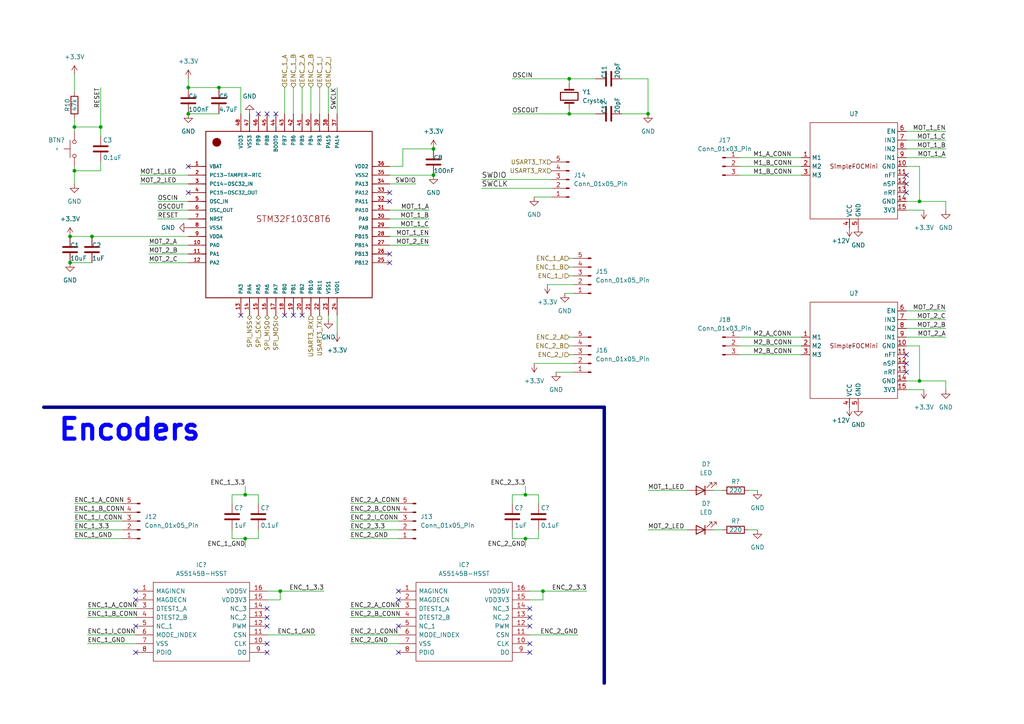
<source format=kicad_sch>
(kicad_sch (version 20230121) (generator eeschema)
  (paper "A4")
  (lib_symbols
    (symbol "Connector:Conn_01x03_Pin" (pin_names (offset 1.016) hide)
      (property "Reference" "J" (at 0 5.08 0))
      (property "Value" "Conn_01x03_Pin" (at 0 -5.08 0))
      (symbol "Conn_01x03_Pin_1_1"
        (polyline (pts (xy 1.27 -2.54) (xy 0.8636 -2.54)) (stroke (width 0.1524)))
        (polyline (pts (xy 1.27 0) (xy 0.8636 0)) (stroke (width 0.1524)))
        (polyline (pts (xy 1.27 2.54) (xy 0.8636 2.54)) (stroke (width 0.1524)))
        (rectangle (start 0.8636 -2.413) (end 0 -2.667) (stroke (width 0.1524)) (fill (type outline)))
        (rectangle (start 0.8636 0.127) (end 0 -0.127) (stroke (width 0.1524)) (fill (type outline)))
        (rectangle (start 0.8636 2.667) (end 0 2.413) (stroke (width 0.1524)) (fill (type outline)))
        (pin passive line (at 5.08 2.54 180) (length 3.81) (name "Pin_1") (number "1"))
        (pin passive line (at 5.08 0 180) (length 3.81) (name "Pin_2") (number "2"))
        (pin passive line (at 5.08 -2.54 180) (length 3.81) (name "Pin_3") (number "3"))
      )
    )
    (symbol "Connector:Conn_01x05_Pin" (pin_names (offset 1.016) hide)
      (property "Reference" "J" (at 0 7.62 0))
      (property "Value" "Conn_01x05_Pin" (at 0 -7.62 0))
      (symbol "Conn_01x05_Pin_1_1"
        (polyline (pts (xy 1.27 -5.08) (xy 0.8636 -5.08)) (stroke (width 0.1524)))
        (polyline (pts (xy 1.27 -2.54) (xy 0.8636 -2.54)) (stroke (width 0.1524)))
        (polyline (pts (xy 1.27 0) (xy 0.8636 0)) (stroke (width 0.1524)))
        (polyline (pts (xy 1.27 2.54) (xy 0.8636 2.54)) (stroke (width 0.1524)))
        (polyline (pts (xy 1.27 5.08) (xy 0.8636 5.08)) (stroke (width 0.1524)))
        (rectangle (start 0.8636 -4.953) (end 0 -5.207) (stroke (width 0.1524)) (fill (type outline)))
        (rectangle (start 0.8636 -2.413) (end 0 -2.667) (stroke (width 0.1524)) (fill (type outline)))
        (rectangle (start 0.8636 0.127) (end 0 -0.127) (stroke (width 0.1524)) (fill (type outline)))
        (rectangle (start 0.8636 2.667) (end 0 2.413) (stroke (width 0.1524)) (fill (type outline)))
        (rectangle (start 0.8636 5.207) (end 0 4.953) (stroke (width 0.1524)) (fill (type outline)))
        (pin passive line (at 5.08 5.08 180) (length 3.81) (name "Pin_1") (number "1"))
        (pin passive line (at 5.08 2.54 180) (length 3.81) (name "Pin_2") (number "2"))
        (pin passive line (at 5.08 0 180) (length 3.81) (name "Pin_3") (number "3"))
        (pin passive line (at 5.08 -2.54 180) (length 3.81) (name "Pin_4") (number "4"))
        (pin passive line (at 5.08 -5.08 180) (length 3.81) (name "Pin_5") (number "5"))
      )
    )
    (symbol "Device:C" (pin_numbers hide) (pin_names (offset 0.254))
      (property "Reference" "C" (at 0.635 2.54 0))
      (property "Value" "C" (at 0.635 -2.54 0))
      (symbol "C_0_1"
        (polyline (pts (xy -2.032 -0.762) (xy 2.032 -0.762)) (stroke (width 0.508)))
        (polyline (pts (xy -2.032 0.762) (xy 2.032 0.762)) (stroke (width 0.508)))
      )
      (symbol "C_1_1"
        (pin passive line (at 0 3.81 270) (length 2.794) (name "~") (number "1"))
        (pin passive line (at 0 -3.81 90) (length 2.794) (name "~") (number "2"))
      )
    )
    (symbol "Device:Crystal" (pin_numbers hide) (pin_names (offset 1.016) hide)
      (property "Reference" "Y" (at 0 3.81 0))
      (property "Value" "Crystal" (at 0 -3.81 0))
      (symbol "Crystal_0_1"
        (rectangle (start -1.143 2.54) (end 1.143 -2.54) (stroke (width 0.3048)))
        (polyline (pts (xy -2.54 0) (xy -1.905 0)))
        (polyline (pts (xy -1.905 -1.27) (xy -1.905 1.27)) (stroke (width 0.508)))
        (polyline (pts (xy 1.905 -1.27) (xy 1.905 1.27)) (stroke (width 0.508)))
        (polyline (pts (xy 2.54 0) (xy 1.905 0)))
      )
      (symbol "Crystal_1_1"
        (pin passive line (at -3.81 0 0) (length 1.27) (name "1") (number "1"))
        (pin passive line (at 3.81 0 180) (length 1.27) (name "2") (number "2"))
      )
    )
    (symbol "Device:LED" (pin_numbers hide) (pin_names (offset 1.016) hide)
      (property "Reference" "D" (at 0 2.54 0))
      (property "Value" "LED" (at 0 -2.54 0))
      (symbol "LED_0_1"
        (polyline (pts (xy -1.27 -1.27) (xy -1.27 1.27)) (stroke (width 0.254)))
        (polyline (pts (xy -1.27 0) (xy 1.27 0)))
        (polyline (pts (xy 1.27 -1.27) (xy 1.27 1.27) (xy -1.27 0) (xy 1.27 -1.27)) (stroke (width 0.254)))
        (polyline (pts (xy -3.048 -0.762) (xy -4.572 -2.286) (xy -3.81 -2.286) (xy -4.572 -2.286) (xy -4.572 -1.524)))
        (polyline (pts (xy -1.778 -0.762) (xy -3.302 -2.286) (xy -2.54 -2.286) (xy -3.302 -2.286) (xy -3.302 -1.524)))
      )
      (symbol "LED_1_1"
        (pin passive line (at -3.81 0 0) (length 2.54) (name "K") (number "1"))
        (pin passive line (at 3.81 0 180) (length 2.54) (name "A") (number "2"))
      )
    )
    (symbol "Device:R" (pin_numbers hide) (pin_names (offset 0))
      (property "Reference" "R" (at 2.032 0 90))
      (property "Value" "R" (at 0 0 90))
      (symbol "R_0_1"
        (rectangle (start -1.016 -2.54) (end 1.016 2.54) (stroke (width 0.254)))
      )
      (symbol "R_1_1"
        (pin passive line (at 0 3.81 270) (length 1.27) (name "~") (number "1"))
        (pin passive line (at 0 -3.81 90) (length 1.27) (name "~") (number "2"))
      )
    )
    (symbol "custom_symbols:BluePill" (pin_names (offset 1.016))
      (symbol "BluePill_0_0"
        (circle (center -22.225 22.225) (radius 0.635) (stroke (width 1.27)))
        (polyline (pts (xy -26.67 -10.16) (xy -25.4 -10.16)) (stroke (width 0.1524)))
        (polyline (pts (xy -26.67 -7.62) (xy -25.4 -7.62)) (stroke (width 0.1524)))
        (polyline (pts (xy -26.67 -5.08) (xy -25.4 -5.08)) (stroke (width 0.1524)))
        (polyline (pts (xy -26.67 -2.54) (xy -25.4 -2.54)) (stroke (width 0.1524)))
        (polyline (pts (xy -26.67 0) (xy -25.4 0)) (stroke (width 0.1524)))
        (polyline (pts (xy -26.67 2.54) (xy -25.4 2.54)) (stroke (width 0.1524)))
        (polyline (pts (xy -26.67 5.08) (xy -25.4 5.08)) (stroke (width 0.1524)))
        (polyline (pts (xy -26.67 7.62) (xy -25.4 7.62)) (stroke (width 0.1524)))
        (polyline (pts (xy -26.67 10.16) (xy -25.4 10.16)) (stroke (width 0.1524)))
        (polyline (pts (xy -26.67 12.7) (xy -25.4 12.7)) (stroke (width 0.1524)))
        (polyline (pts (xy -26.67 15.24) (xy -25.4 15.24)) (stroke (width 0.1524)))
        (polyline (pts (xy -25.4 -22.86) (xy -25.4 -10.16)) (stroke (width 0.254)))
        (polyline (pts (xy -25.4 -12.7) (xy -26.67 -12.7)) (stroke (width 0.1524)))
        (polyline (pts (xy -25.4 -10.16) (xy -25.4 -12.7)) (stroke (width 0.1524)))
        (polyline (pts (xy -25.4 -10.16) (xy -25.4 -7.62)) (stroke (width 0.254)))
        (polyline (pts (xy -25.4 -7.62) (xy -25.4 -5.08)) (stroke (width 0.254)))
        (polyline (pts (xy -25.4 -5.08) (xy -25.4 -2.54)) (stroke (width 0.254)))
        (polyline (pts (xy -25.4 -2.54) (xy -25.4 0)) (stroke (width 0.254)))
        (polyline (pts (xy -25.4 0) (xy -25.4 2.54)) (stroke (width 0.254)))
        (polyline (pts (xy -25.4 2.54) (xy -25.4 5.08)) (stroke (width 0.254)))
        (polyline (pts (xy -25.4 5.08) (xy -25.4 7.62)) (stroke (width 0.254)))
        (polyline (pts (xy -25.4 7.62) (xy -25.4 10.16)) (stroke (width 0.254)))
        (polyline (pts (xy -25.4 10.16) (xy -25.4 12.7)) (stroke (width 0.254)))
        (polyline (pts (xy -25.4 12.7) (xy -25.4 15.24)) (stroke (width 0.254)))
        (polyline (pts (xy -25.4 15.24) (xy -25.4 25.4)) (stroke (width 0.254)))
        (polyline (pts (xy -25.4 25.4) (xy -12.7 25.4)) (stroke (width 0.254)))
        (polyline (pts (xy -15.24 -24.13) (xy -15.24 -22.86)) (stroke (width 0.1524)))
        (polyline (pts (xy -15.24 -22.86) (xy -25.4 -22.86)) (stroke (width 0.254)))
        (polyline (pts (xy -15.24 25.4) (xy -15.24 26.67)) (stroke (width 0.1524)))
        (polyline (pts (xy -12.7 -24.13) (xy -12.7 -22.86)) (stroke (width 0.1524)))
        (polyline (pts (xy -12.7 -22.86) (xy -15.24 -22.86)) (stroke (width 0.254)))
        (polyline (pts (xy -12.7 25.4) (xy -15.24 25.4)) (stroke (width 0.1524)))
        (polyline (pts (xy -12.7 25.4) (xy -10.16 25.4)) (stroke (width 0.254)))
        (polyline (pts (xy -12.7 26.67) (xy -12.7 25.4)) (stroke (width 0.1524)))
        (polyline (pts (xy -10.16 -24.13) (xy -10.16 -22.86)) (stroke (width 0.1524)))
        (polyline (pts (xy -10.16 -22.86) (xy -12.7 -22.86)) (stroke (width 0.254)))
        (polyline (pts (xy -10.16 25.4) (xy -7.62 25.4)) (stroke (width 0.254)))
        (polyline (pts (xy -10.16 26.67) (xy -10.16 25.4)) (stroke (width 0.1524)))
        (polyline (pts (xy -7.62 -24.13) (xy -7.62 -22.86)) (stroke (width 0.1524)))
        (polyline (pts (xy -7.62 -22.86) (xy -10.16 -22.86)) (stroke (width 0.254)))
        (polyline (pts (xy -7.62 25.4) (xy -5.08 25.4)) (stroke (width 0.254)))
        (polyline (pts (xy -7.62 26.67) (xy -7.62 25.4)) (stroke (width 0.1524)))
        (polyline (pts (xy -5.08 -24.13) (xy -5.08 -22.86)) (stroke (width 0.1524)))
        (polyline (pts (xy -5.08 -22.86) (xy -7.62 -22.86)) (stroke (width 0.254)))
        (polyline (pts (xy -5.08 25.4) (xy -2.54 25.4)) (stroke (width 0.254)))
        (polyline (pts (xy -5.08 26.67) (xy -5.08 25.4)) (stroke (width 0.1524)))
        (polyline (pts (xy -2.54 -24.13) (xy -2.54 -22.86)) (stroke (width 0.1524)))
        (polyline (pts (xy -2.54 -22.86) (xy -5.08 -22.86)) (stroke (width 0.254)))
        (polyline (pts (xy -2.54 25.4) (xy 0 25.4)) (stroke (width 0.254)))
        (polyline (pts (xy -2.54 26.67) (xy -2.54 25.4)) (stroke (width 0.1524)))
        (polyline (pts (xy 0 -24.13) (xy 0 -22.86)) (stroke (width 0.1524)))
        (polyline (pts (xy 0 -22.86) (xy -2.54 -22.86)) (stroke (width 0.254)))
        (polyline (pts (xy 0 25.4) (xy 2.54 25.4)) (stroke (width 0.254)))
        (polyline (pts (xy 0 26.67) (xy 0 25.4)) (stroke (width 0.1524)))
        (polyline (pts (xy 2.54 -24.13) (xy 2.54 -22.86)) (stroke (width 0.1524)))
        (polyline (pts (xy 2.54 -22.86) (xy 0 -22.86)) (stroke (width 0.254)))
        (polyline (pts (xy 2.54 25.4) (xy 5.08 25.4)) (stroke (width 0.254)))
        (polyline (pts (xy 2.54 26.67) (xy 2.54 25.4)) (stroke (width 0.1524)))
        (polyline (pts (xy 5.08 -24.13) (xy 5.08 -22.86)) (stroke (width 0.1524)))
        (polyline (pts (xy 5.08 -22.86) (xy 2.54 -22.86)) (stroke (width 0.254)))
        (polyline (pts (xy 5.08 25.4) (xy 7.62 25.4)) (stroke (width 0.254)))
        (polyline (pts (xy 5.08 26.67) (xy 5.08 25.4)) (stroke (width 0.1524)))
        (polyline (pts (xy 7.62 -24.13) (xy 7.62 -22.86)) (stroke (width 0.1524)))
        (polyline (pts (xy 7.62 -22.86) (xy 5.08 -22.86)) (stroke (width 0.254)))
        (polyline (pts (xy 7.62 25.4) (xy 10.16 25.4)) (stroke (width 0.254)))
        (polyline (pts (xy 7.62 26.67) (xy 7.62 25.4)) (stroke (width 0.1524)))
        (polyline (pts (xy 10.16 -24.13) (xy 10.16 -22.86)) (stroke (width 0.1524)))
        (polyline (pts (xy 10.16 -22.86) (xy 7.62 -22.86)) (stroke (width 0.254)))
        (polyline (pts (xy 10.16 -22.86) (xy 12.7 -22.86)) (stroke (width 0.1524)))
        (polyline (pts (xy 10.16 25.4) (xy 12.7 25.4)) (stroke (width 0.254)))
        (polyline (pts (xy 10.16 26.67) (xy 10.16 25.4)) (stroke (width 0.1524)))
        (polyline (pts (xy 12.7 -22.86) (xy 12.7 -24.13)) (stroke (width 0.1524)))
        (polyline (pts (xy 12.7 25.4) (xy 22.86 25.4)) (stroke (width 0.254)))
        (polyline (pts (xy 12.7 26.67) (xy 12.7 25.4)) (stroke (width 0.1524)))
        (polyline (pts (xy 22.86 -22.86) (xy 10.16 -22.86)) (stroke (width 0.254)))
        (polyline (pts (xy 22.86 -12.7) (xy 22.86 -22.86)) (stroke (width 0.254)))
        (polyline (pts (xy 22.86 -10.16) (xy 22.86 -12.7)) (stroke (width 0.254)))
        (polyline (pts (xy 22.86 -7.62) (xy 22.86 -10.16)) (stroke (width 0.254)))
        (polyline (pts (xy 22.86 -5.08) (xy 22.86 -7.62)) (stroke (width 0.254)))
        (polyline (pts (xy 22.86 -2.54) (xy 22.86 -5.08)) (stroke (width 0.254)))
        (polyline (pts (xy 22.86 0) (xy 22.86 -2.54)) (stroke (width 0.254)))
        (polyline (pts (xy 22.86 2.54) (xy 22.86 0)) (stroke (width 0.254)))
        (polyline (pts (xy 22.86 5.08) (xy 22.86 2.54)) (stroke (width 0.254)))
        (polyline (pts (xy 22.86 7.62) (xy 22.86 5.08)) (stroke (width 0.254)))
        (polyline (pts (xy 22.86 10.16) (xy 22.86 7.62)) (stroke (width 0.254)))
        (polyline (pts (xy 22.86 12.7) (xy 22.86 10.16)) (stroke (width 0.254)))
        (polyline (pts (xy 22.86 12.7) (xy 22.86 15.24)) (stroke (width 0.1524)))
        (polyline (pts (xy 22.86 15.24) (xy 24.13 15.24)) (stroke (width 0.1524)))
        (polyline (pts (xy 22.86 25.4) (xy 22.86 12.7)) (stroke (width 0.254)))
        (polyline (pts (xy 24.13 -12.7) (xy 22.86 -12.7)) (stroke (width 0.1524)))
        (polyline (pts (xy 24.13 -10.16) (xy 22.86 -10.16)) (stroke (width 0.1524)))
        (polyline (pts (xy 24.13 -7.62) (xy 22.86 -7.62)) (stroke (width 0.1524)))
        (polyline (pts (xy 24.13 -5.08) (xy 22.86 -5.08)) (stroke (width 0.1524)))
        (polyline (pts (xy 24.13 -2.54) (xy 22.86 -2.54)) (stroke (width 0.1524)))
        (polyline (pts (xy 24.13 0) (xy 22.86 0)) (stroke (width 0.1524)))
        (polyline (pts (xy 24.13 2.54) (xy 22.86 2.54)) (stroke (width 0.1524)))
        (polyline (pts (xy 24.13 5.08) (xy 22.86 5.08)) (stroke (width 0.1524)))
        (polyline (pts (xy 24.13 7.62) (xy 22.86 7.62)) (stroke (width 0.1524)))
        (polyline (pts (xy 24.13 10.16) (xy 22.86 10.16)) (stroke (width 0.1524)))
        (polyline (pts (xy 24.13 12.7) (xy 22.86 12.7)) (stroke (width 0.1524)))
        (pin bidirectional line (at -30.48 15.24 0) (length 5.08) (name "VBAT") (number "1"))
        (pin bidirectional line (at -30.48 -7.62 0) (length 5.08) (name "PA0") (number "10"))
        (pin bidirectional line (at -30.48 -10.16 0) (length 5.08) (name "PA1") (number "11"))
        (pin bidirectional line (at -30.48 -12.7 0) (length 5.08) (name "PA2") (number "12"))
        (pin bidirectional line (at -15.24 -27.94 90) (length 5.08) (name "PA3") (number "13"))
        (pin bidirectional line (at -12.7 -27.94 90) (length 5.08) (name "PA4") (number "14"))
        (pin bidirectional line (at -10.16 -27.94 90) (length 5.08) (name "PA5") (number "15"))
        (pin bidirectional line (at -7.62 -27.94 90) (length 5.08) (name "PA6") (number "16"))
        (pin bidirectional line (at -5.08 -27.94 90) (length 5.08) (name "PA7") (number "17"))
        (pin bidirectional line (at -2.54 -27.94 90) (length 5.08) (name "PB0") (number "18"))
        (pin bidirectional line (at 0 -27.94 90) (length 5.08) (name "PB1") (number "19"))
        (pin bidirectional line (at -30.48 12.7 0) (length 5.08) (name "PC13-TAMPER-RTC") (number "2"))
        (pin bidirectional line (at 2.54 -27.94 90) (length 5.08) (name "PB2") (number "20"))
        (pin bidirectional line (at 5.08 -27.94 90) (length 5.08) (name "PB10") (number "21"))
        (pin bidirectional line (at 7.62 -27.94 90) (length 5.08) (name "PB11") (number "22"))
        (pin bidirectional line (at 10.16 -27.94 90) (length 5.08) (name "VSS1") (number "23"))
        (pin bidirectional line (at 12.7 -27.94 90) (length 5.08) (name "VDD1") (number "24"))
        (pin bidirectional line (at 27.94 -12.7 180) (length 5.08) (name "PB12") (number "25"))
        (pin bidirectional line (at 27.94 -10.16 180) (length 5.08) (name "PB13") (number "26"))
        (pin bidirectional line (at 27.94 -7.62 180) (length 5.08) (name "PB14") (number "27"))
        (pin bidirectional line (at 27.94 -5.08 180) (length 5.08) (name "PB15") (number "28"))
        (pin bidirectional line (at 27.94 -2.54 180) (length 5.08) (name "PA8") (number "29"))
        (pin bidirectional line (at -30.48 10.16 0) (length 5.08) (name "PC14-OSC32_IN") (number "3"))
        (pin bidirectional line (at 27.94 0 180) (length 5.08) (name "PA9") (number "30"))
        (pin bidirectional line (at 27.94 2.54 180) (length 5.08) (name "PA10") (number "31"))
        (pin bidirectional line (at 27.94 5.08 180) (length 5.08) (name "PA11") (number "32"))
        (pin bidirectional line (at 27.94 7.62 180) (length 5.08) (name "PA12") (number "33"))
        (pin bidirectional line (at 27.94 10.16 180) (length 5.08) (name "PA13") (number "34"))
        (pin bidirectional line (at 27.94 12.7 180) (length 5.08) (name "VSS2") (number "35"))
        (pin bidirectional line (at 27.94 15.24 180) (length 5.08) (name "VDD2") (number "36"))
        (pin bidirectional line (at 12.7 30.48 270) (length 5.08) (name "PA14") (number "37"))
        (pin bidirectional line (at 10.16 30.48 270) (length 5.08) (name "PA15") (number "38"))
        (pin bidirectional line (at 7.62 30.48 270) (length 5.08) (name "PB3") (number "39"))
        (pin bidirectional line (at -30.48 7.62 0) (length 5.08) (name "PC15-OSC32_OUT") (number "4"))
        (pin bidirectional line (at 5.08 30.48 270) (length 5.08) (name "PB4") (number "40"))
        (pin bidirectional line (at 2.54 30.48 270) (length 5.08) (name "PB5") (number "41"))
        (pin bidirectional line (at 0 30.48 270) (length 5.08) (name "PB6") (number "42"))
        (pin bidirectional line (at -2.54 30.48 270) (length 5.08) (name "PB7") (number "43"))
        (pin bidirectional line (at -5.08 30.48 270) (length 5.08) (name "BOOT0") (number "44"))
        (pin bidirectional line (at -7.62 30.48 270) (length 5.08) (name "PB8") (number "45"))
        (pin bidirectional line (at -10.16 30.48 270) (length 5.08) (name "PB9") (number "46"))
        (pin bidirectional line (at -12.7 30.48 270) (length 5.08) (name "VSS3") (number "47"))
        (pin bidirectional line (at -15.24 30.48 270) (length 5.08) (name "VDD3") (number "48"))
        (pin bidirectional line (at -30.48 5.08 0) (length 5.08) (name "OSC_IN") (number "5"))
        (pin bidirectional line (at -30.48 2.54 0) (length 5.08) (name "OSC_OUT") (number "6"))
        (pin bidirectional line (at -30.48 0 0) (length 5.08) (name "NRST") (number "7"))
        (pin bidirectional line (at -30.48 -2.54 0) (length 5.08) (name "VSSA") (number "8"))
        (pin bidirectional line (at -30.48 -5.08 0) (length 5.08) (name "VDDA") (number "9"))
      )
      (symbol "BluePill_1_0"
        (text "STM32F103C8T6" (at 0 0 0) (effects (font (size 1.778 1.778))))
      )
    )
    (symbol "custom_symbols:Button" (pin_numbers hide) (pin_names (offset 1.016) hide)
      (property "Reference" "BTN" (at 1.27 2.54 0))
      (symbol "Button_0_1"
        (circle (center -2.032 0) (radius 0.508))
        (polyline (pts (xy 0 1.27) (xy 0 3.048)))
        (polyline (pts (xy 2.54 1.27) (xy -2.54 1.27)))
        (circle (center 2.032 0) (radius 0.508))
        (pin passive line (at -5.08 0 0) (length 2.54) (name "1") (number "1"))
        (pin passive line (at 5.08 0 180) (length 2.54) (name "2") (number "2"))
      )
    )
    (symbol "custom_symbols:Encoder_AS5145B-HSST" (pin_names (offset 0.762))
      (property "Reference" "IC" (at 19.05 6.731 0))
      (property "Value" "AS5145B-HSST" (at 20.32 -19.05 0))
      (symbol "Encoder_AS5145B-HSST_0_0"
        (pin unspecified line (at 0 0 0) (length 5.08) (name "MAGINCN") (number "1"))
        (pin unspecified line (at 38.1 -15.24 180) (length 5.08) (name "CLK") (number "10"))
        (pin unspecified line (at 38.1 -12.7 180) (length 5.08) (name "CSN") (number "11"))
        (pin unspecified line (at 38.1 -10.16 180) (length 5.08) (name "PWM") (number "12"))
        (pin unspecified line (at 38.1 -7.62 180) (length 5.08) (name "NC_2") (number "13"))
        (pin unspecified line (at 38.1 -5.08 180) (length 5.08) (name "NC_3") (number "14"))
        (pin unspecified line (at 38.1 -2.54 180) (length 5.08) (name "VDD3V3") (number "15"))
        (pin unspecified line (at 38.1 0 180) (length 5.08) (name "VDD5V") (number "16"))
        (pin unspecified line (at 0 -2.54 0) (length 5.08) (name "MAGDECN") (number "2"))
        (pin unspecified line (at 0 -5.08 0) (length 5.08) (name "DTEST1_A") (number "3"))
        (pin unspecified line (at 0 -7.62 0) (length 5.08) (name "DTEST2_B") (number "4"))
        (pin unspecified line (at 0 -10.16 0) (length 5.08) (name "NC_1") (number "5"))
        (pin unspecified line (at 0 -12.7 0) (length 5.08) (name "MODE_INDEX") (number "6"))
        (pin unspecified line (at 0 -15.24 0) (length 5.08) (name "VSS") (number "7"))
        (pin unspecified line (at 0 -17.78 0) (length 5.08) (name "PDIO") (number "8"))
        (pin unspecified line (at 38.1 -17.78 180) (length 5.08) (name "DO") (number "9"))
      )
      (symbol "Encoder_AS5145B-HSST_0_1"
        (polyline (pts (xy 5.08 2.54) (xy 33.02 2.54) (xy 33.02 -20.32) (xy 5.08 -20.32) (xy 5.08 2.54)) (stroke (width 0.1524)))
      )
    )
    (symbol "custom_symbols:SimpleFOCMini"
      (property "Reference" "U" (at 0 15.24 0))
      (symbol "SimpleFOCMini_0_1"
        (rectangle (start -12.7 12.7) (end 12.7 -15.24))
      )
      (symbol "SimpleFOCMini_1_1"
        (text "SimpleFOCMini" (at 0 0 0) (effects (font (size 1.27 1.27))))
        (pin output line (at -15.24 2.54 0) (length 2.54) (name "M1") (number "1"))
        (pin power_in line (at 15.24 0 180) (length 2.54) (name "GND") (number "10"))
        (pin input line (at 15.24 -2.54 180) (length 2.54) (name "nFT") (number "11"))
        (pin input line (at 15.24 -5.08 180) (length 2.54) (name "nSP") (number "12"))
        (pin input line (at 15.24 -7.62 180) (length 2.54) (name "nRT") (number "13"))
        (pin power_in line (at 15.24 -10.16 180) (length 2.54) (name "GND") (number "14"))
        (pin power_in line (at 15.24 -12.7 180) (length 2.54) (name "3V3") (number "15"))
        (pin output line (at -15.24 0 0) (length 2.54) (name "M2") (number "2"))
        (pin output line (at -15.24 -2.54 0) (length 2.54) (name "M3") (number "3"))
        (pin power_in line (at -1.27 -17.78 90) (length 2.54) (name "VCC") (number "4"))
        (pin power_in line (at 1.27 -17.78 90) (length 2.54) (name "GND") (number "5"))
        (pin input line (at 15.24 10.16 180) (length 2.54) (name "EN") (number "6"))
        (pin input line (at 15.24 7.62 180) (length 2.54) (name "IN3") (number "7"))
        (pin input line (at 15.24 5.08 180) (length 2.54) (name "IN2") (number "8"))
        (pin input line (at 15.24 2.54 180) (length 2.54) (name "IN1") (number "9"))
      )
    )
    (symbol "power:+12V" (power) (pin_names (offset 0))
      (property "Value" "+12V" (at 0 3.556 0))
      (symbol "+12V_0_1"
        (polyline (pts (xy -0.762 1.27) (xy 0 2.54)))
        (polyline (pts (xy 0 0) (xy 0 2.54)))
        (polyline (pts (xy 0 2.54) (xy 0.762 1.27)))
      )
      (symbol "+12V_1_1"
        (pin power_in line (at 0 0 90) (length 0) hide (name "+12V") (number "1"))
      )
    )
    (symbol "power:+3.3V" (power) (pin_names (offset 0))
      (property "Value" "+3.3V" (at 0 3.556 0))
      (symbol "+3.3V_0_1"
        (polyline (pts (xy -0.762 1.27) (xy 0 2.54)))
        (polyline (pts (xy 0 0) (xy 0 2.54)))
        (polyline (pts (xy 0 2.54) (xy 0.762 1.27)))
      )
      (symbol "+3.3V_1_1"
        (pin power_in line (at 0 0 90) (length 0) hide (name "+3.3V") (number "1"))
      )
    )
    (symbol "power:GND" (power) (pin_names (offset 0))
      (property "Value" "GND" (at 0 -3.81 0))
      (symbol "GND_0_1"
        (polyline (pts (xy 0 0) (xy 0 -1.27) (xy 1.27 -1.27) (xy 0 -2.54) (xy -1.27 -1.27) (xy 0 -1.27)))
      )
      (symbol "GND_1_1"
        (pin power_in line (at 0 0 270) (length 0) hide (name "GND") (number "1"))
      )
    )
  )
  (junction (at 266.7 58.42))
  (junction (at 54.61 25.4))
  (junction (at 26.67 68.58))
  (junction (at 21.59 49.53))
  (junction (at 21.59 36.83))
  (junction (at 152.4 156.21))
  (junction (at 54.61 33.02))
  (junction (at 29.21 36.83))
  (junction (at 81.28 171.45))
  (junction (at 125.73 50.8))
  (junction (at 165.1 22.86))
  (junction (at 157.48 171.45))
  (junction (at 20.32 68.58))
  (junction (at 266.7 110.49))
  (junction (at 165.1 33.02))
  (junction (at 152.4 143.51))
  (junction (at 187.96 33.02))
  (junction (at 71.12 156.21))
  (junction (at 63.5 25.4))
  (junction (at 125.73 43.18))
  (junction (at 71.12 143.51))
  (junction (at 20.32 76.2))
  (no_connect (at 113.03 73.66))
  (no_connect (at 39.37 171.45))
  (no_connect (at 77.47 176.53))
  (no_connect (at 153.67 176.53))
  (no_connect (at 113.03 55.88))
  (no_connect (at 77.47 186.69))
  (no_connect (at 262.89 50.8))
  (no_connect (at 153.67 181.61))
  (no_connect (at 113.03 58.42))
  (no_connect (at 115.57 173.99))
  (no_connect (at 262.89 105.41))
  (no_connect (at 115.57 171.45))
  (no_connect (at 113.03 76.2))
  (no_connect (at 82.55 91.44))
  (no_connect (at 80.01 33.02))
  (no_connect (at 87.63 91.44))
  (no_connect (at 153.67 179.07))
  (no_connect (at 54.61 55.88))
  (no_connect (at 69.85 91.44))
  (no_connect (at 77.47 189.23))
  (no_connect (at 77.47 33.02))
  (no_connect (at 39.37 181.61))
  (no_connect (at 153.67 186.69))
  (no_connect (at 85.09 91.44))
  (no_connect (at 54.61 48.26))
  (no_connect (at 262.89 102.87))
  (no_connect (at 74.93 33.02))
  (no_connect (at 153.67 189.23))
  (no_connect (at 262.89 107.95))
  (no_connect (at 115.57 189.23))
  (no_connect (at 39.37 189.23))
  (no_connect (at 115.57 181.61))
  (no_connect (at 262.89 53.34))
  (no_connect (at 77.47 179.07))
  (no_connect (at 262.89 55.88))
  (no_connect (at 77.47 181.61))
  (no_connect (at 39.37 173.99))
  (wire (pts (xy 21.59 34.29) (xy 21.59 36.83)))
  (wire (pts (xy 20.32 68.58) (xy 26.67 68.58)))
  (wire (pts (xy 165.1 102.87) (xy 166.37 102.87)))
  (wire (pts (xy 214.63 50.8) (xy 232.41 50.8)))
  (bus (pts (xy 12.7 118.11) (xy 175.26 118.11)) (stroke (width 1)))
  (wire (pts (xy 148.59 153.67) (xy 148.59 156.21)))
  (wire (pts (xy 165.1 97.79) (xy 166.37 97.79)))
  (wire (pts (xy 156.21 143.51) (xy 156.21 146.05)))
  (wire (pts (xy 165.1 80.01) (xy 166.37 80.01)))
  (wire (pts (xy 29.21 36.83) (xy 29.21 25.4)))
  (wire (pts (xy 152.4 143.51) (xy 152.4 140.97)))
  (wire (pts (xy 81.28 171.45) (xy 93.98 171.45)))
  (wire (pts (xy 157.48 171.45) (xy 170.18 171.45)))
  (wire (pts (xy 101.6 179.07) (xy 115.57 179.07)))
  (wire (pts (xy 165.1 74.93) (xy 166.37 74.93)))
  (wire (pts (xy 54.61 73.66) (xy 43.18 73.66)))
  (wire (pts (xy 20.32 76.2) (xy 26.67 76.2)))
  (wire (pts (xy 113.03 71.12) (xy 124.46 71.12)))
  (wire (pts (xy 54.61 25.4) (xy 63.5 25.4)))
  (wire (pts (xy 45.72 60.96) (xy 54.61 60.96)))
  (wire (pts (xy 71.12 143.51) (xy 71.12 140.97)))
  (wire (pts (xy 69.85 25.4) (xy 69.85 33.02)))
  (wire (pts (xy 29.21 49.53) (xy 29.21 46.99)))
  (wire (pts (xy 157.48 173.99) (xy 157.48 171.45)))
  (wire (pts (xy 113.03 50.8) (xy 125.73 50.8)))
  (wire (pts (xy 209.55 142.24) (xy 207.01 142.24)))
  (wire (pts (xy 113.03 68.58) (xy 124.46 68.58)))
  (wire (pts (xy 40.64 50.8) (xy 54.61 50.8)))
  (wire (pts (xy 266.7 100.33) (xy 266.7 110.49)))
  (wire (pts (xy 152.4 156.21) (xy 152.4 158.75)))
  (wire (pts (xy 101.6 153.67) (xy 115.57 153.67)))
  (wire (pts (xy 262.89 90.17) (xy 274.32 90.17)))
  (wire (pts (xy 101.6 176.53) (xy 115.57 176.53)))
  (wire (pts (xy 21.59 49.53) (xy 29.21 49.53)))
  (wire (pts (xy 82.55 25.4) (xy 82.55 33.02)))
  (wire (pts (xy 71.12 156.21) (xy 74.93 156.21)))
  (wire (pts (xy 163.83 85.09) (xy 166.37 85.09)))
  (wire (pts (xy 85.09 25.4) (xy 85.09 33.02)))
  (wire (pts (xy 262.89 38.1) (xy 274.32 38.1)))
  (wire (pts (xy 101.6 146.05) (xy 115.57 146.05)))
  (wire (pts (xy 262.89 92.71) (xy 274.32 92.71)))
  (wire (pts (xy 101.6 148.59) (xy 115.57 148.59)))
  (wire (pts (xy 113.03 60.96) (xy 124.46 60.96)))
  (wire (pts (xy 74.93 156.21) (xy 74.93 153.67)))
  (wire (pts (xy 95.25 92.71) (xy 95.25 91.44)))
  (wire (pts (xy 152.4 156.21) (xy 156.21 156.21)))
  (wire (pts (xy 165.1 24.13) (xy 165.1 22.86)))
  (wire (pts (xy 74.93 143.51) (xy 74.93 146.05)))
  (wire (pts (xy 40.64 53.34) (xy 54.61 53.34)))
  (wire (pts (xy 71.12 156.21) (xy 71.12 158.75)))
  (wire (pts (xy 21.59 151.13) (xy 35.56 151.13)))
  (wire (pts (xy 262.89 58.42) (xy 266.7 58.42)))
  (wire (pts (xy 165.1 22.86) (xy 172.72 22.86)))
  (wire (pts (xy 81.28 173.99) (xy 81.28 171.45)))
  (wire (pts (xy 165.1 100.33) (xy 166.37 100.33)))
  (wire (pts (xy 148.59 146.05) (xy 148.59 143.51)))
  (wire (pts (xy 274.32 58.42) (xy 274.32 60.96)))
  (wire (pts (xy 21.59 21.59) (xy 21.59 26.67)))
  (wire (pts (xy 101.6 156.21) (xy 115.57 156.21)))
  (wire (pts (xy 21.59 146.05) (xy 35.56 146.05)))
  (wire (pts (xy 148.59 22.86) (xy 165.1 22.86)))
  (wire (pts (xy 266.7 48.26) (xy 266.7 58.42)))
  (wire (pts (xy 154.94 57.15) (xy 160.02 57.15)))
  (wire (pts (xy 92.71 25.4) (xy 92.71 33.02)))
  (wire (pts (xy 165.1 31.75) (xy 165.1 33.02)))
  (wire (pts (xy 25.4 186.69) (xy 39.37 186.69)))
  (wire (pts (xy 262.89 43.18) (xy 274.32 43.18)))
  (wire (pts (xy 90.17 25.4) (xy 90.17 33.02)))
  (wire (pts (xy 148.59 143.51) (xy 152.4 143.51)))
  (wire (pts (xy 167.64 184.15) (xy 153.67 184.15)))
  (wire (pts (xy 113.03 63.5) (xy 124.46 63.5)))
  (wire (pts (xy 148.59 33.02) (xy 165.1 33.02)))
  (wire (pts (xy 77.47 171.45) (xy 81.28 171.45)))
  (wire (pts (xy 154.94 105.41) (xy 166.37 105.41)))
  (wire (pts (xy 67.31 143.51) (xy 71.12 143.51)))
  (wire (pts (xy 262.89 113.03) (xy 267.97 113.03)))
  (bus (pts (xy 175.26 118.11) (xy 175.26 198.12)) (stroke (width 1)))
  (wire (pts (xy 187.96 22.86) (xy 187.96 33.02)))
  (wire (pts (xy 45.72 58.42) (xy 54.61 58.42)))
  (wire (pts (xy 214.63 45.72) (xy 232.41 45.72)))
  (wire (pts (xy 21.59 49.53) (xy 21.59 53.34)))
  (wire (pts (xy 54.61 33.02) (xy 63.5 33.02)))
  (wire (pts (xy 67.31 156.21) (xy 71.12 156.21)))
  (wire (pts (xy 219.71 142.24) (xy 217.17 142.24)))
  (wire (pts (xy 95.25 25.4) (xy 95.25 33.02)))
  (wire (pts (xy 116.84 48.26) (xy 116.84 43.18)))
  (wire (pts (xy 214.63 100.33) (xy 232.41 100.33)))
  (wire (pts (xy 29.21 36.83) (xy 29.21 39.37)))
  (wire (pts (xy 67.31 146.05) (xy 67.31 143.51)))
  (wire (pts (xy 214.63 48.26) (xy 232.41 48.26)))
  (wire (pts (xy 54.61 71.12) (xy 43.18 71.12)))
  (wire (pts (xy 25.4 179.07) (xy 39.37 179.07)))
  (wire (pts (xy 21.59 36.83) (xy 21.59 38.1)))
  (wire (pts (xy 148.59 156.21) (xy 152.4 156.21)))
  (wire (pts (xy 262.89 97.79) (xy 274.32 97.79)))
  (wire (pts (xy 180.34 22.86) (xy 187.96 22.86)))
  (wire (pts (xy 214.63 102.87) (xy 232.41 102.87)))
  (wire (pts (xy 209.55 153.67) (xy 207.01 153.67)))
  (wire (pts (xy 161.29 107.95) (xy 166.37 107.95)))
  (wire (pts (xy 77.47 173.99) (xy 81.28 173.99)))
  (wire (pts (xy 21.59 153.67) (xy 35.56 153.67)))
  (wire (pts (xy 214.63 97.79) (xy 232.41 97.79)))
  (wire (pts (xy 25.4 176.53) (xy 39.37 176.53)))
  (wire (pts (xy 266.7 58.42) (xy 274.32 58.42)))
  (wire (pts (xy 219.71 153.67) (xy 217.17 153.67)))
  (wire (pts (xy 262.89 40.64) (xy 274.32 40.64)))
  (wire (pts (xy 97.79 91.44) (xy 97.79 96.52)))
  (wire (pts (xy 63.5 25.4) (xy 69.85 25.4)))
  (wire (pts (xy 45.72 63.5) (xy 54.61 63.5)))
  (wire (pts (xy 54.61 22.86) (xy 54.61 25.4)))
  (wire (pts (xy 21.59 48.26) (xy 21.59 49.53)))
  (wire (pts (xy 266.7 100.33) (xy 262.89 100.33)))
  (wire (pts (xy 101.6 186.69) (xy 115.57 186.69)))
  (wire (pts (xy 25.4 184.15) (xy 39.37 184.15)))
  (wire (pts (xy 139.7 54.61) (xy 160.02 54.61)))
  (wire (pts (xy 54.61 76.2) (xy 43.18 76.2)))
  (wire (pts (xy 165.1 77.47) (xy 166.37 77.47)))
  (wire (pts (xy 262.89 45.72) (xy 274.32 45.72)))
  (wire (pts (xy 113.03 53.34) (xy 120.65 53.34)))
  (wire (pts (xy 156.21 156.21) (xy 156.21 153.67)))
  (wire (pts (xy 116.84 43.18) (xy 125.73 43.18)))
  (wire (pts (xy 87.63 25.4) (xy 87.63 33.02)))
  (wire (pts (xy 21.59 148.59) (xy 35.56 148.59)))
  (wire (pts (xy 165.1 33.02) (xy 172.72 33.02)))
  (wire (pts (xy 101.6 184.15) (xy 115.57 184.15)))
  (wire (pts (xy 274.32 110.49) (xy 274.32 113.03)))
  (wire (pts (xy 152.4 143.51) (xy 156.21 143.51)))
  (wire (pts (xy 266.7 110.49) (xy 274.32 110.49)))
  (wire (pts (xy 262.89 60.96) (xy 267.97 60.96)))
  (wire (pts (xy 158.75 82.55) (xy 166.37 82.55)))
  (wire (pts (xy 67.31 153.67) (xy 67.31 156.21)))
  (wire (pts (xy 153.67 173.99) (xy 157.48 173.99)))
  (wire (pts (xy 187.96 142.24) (xy 199.39 142.24)))
  (wire (pts (xy 91.44 184.15) (xy 77.47 184.15)))
  (wire (pts (xy 153.67 171.45) (xy 157.48 171.45)))
  (wire (pts (xy 262.89 95.25) (xy 274.32 95.25)))
  (wire (pts (xy 266.7 48.26) (xy 262.89 48.26)))
  (wire (pts (xy 97.79 25.4) (xy 97.79 33.02)))
  (wire (pts (xy 113.03 48.26) (xy 116.84 48.26)))
  (wire (pts (xy 139.7 52.07) (xy 160.02 52.07)))
  (wire (pts (xy 113.03 66.04) (xy 124.46 66.04)))
  (wire (pts (xy 187.96 33.02) (xy 180.34 33.02)))
  (wire (pts (xy 26.67 68.58) (xy 54.61 68.58)))
  (wire (pts (xy 21.59 156.21) (xy 35.56 156.21)))
  (wire (pts (xy 262.89 110.49) (xy 266.7 110.49)))
  (wire (pts (xy 29.21 36.83) (xy 21.59 36.83)))
  (wire (pts (xy 187.96 153.67) (xy 199.39 153.67)))
  (wire (pts (xy 101.6 151.13) (xy 115.57 151.13)))
  (wire (pts (xy 71.12 143.51) (xy 74.93 143.51)))
  (text "Encoders" (at 16.51 128.27 0) (effects (font (size 6 6) (thickness 1.2) bold) (justify left bottom)))
  (label "ENC_1_A_CONN" (at 25.4 176.53 0))
  (label "ENC_1_GND" (at 21.59 156.21 0))
  (label "ENC_2_I_CONN" (at 101.6 184.15 0))
  (label "MOT_1_A" (at 124.46 60.96 180))
  (label "MOT_2_EN" (at 274.32 90.17 180))
  (label "ENC_2_A_CONN" (at 101.6 176.53 0))
  (label "MOT_1_LED" (at 187.96 142.24 0))
  (label "ENC_2_GND" (at 101.6 186.69 0))
  (label "MOT_1_EN" (at 124.46 68.58 180))
  (label "ENC_2_I_CONN" (at 101.6 151.13 0))
  (label "OSCOUT" (at 45.72 60.96 0))
  (label "OSCIN" (at 148.59 22.86 0))
  (label "MOT_2_A" (at 43.18 71.12 0))
  (label "MOT_2_A" (at 274.32 97.79 180))
  (label "ENC_2_GND" (at 167.64 184.15 180))
  (label "MOT_1_A" (at 274.32 45.72 180))
  (label "ENC_1_B_CONN" (at 21.59 148.59 0))
  (label "ENC_1_I_CONN" (at 21.59 151.13 0))
  (label "SWDIO" (at 120.65 53.34 180))
  (label "MOT_2_C" (at 43.18 76.2 0))
  (label "ENC_1_B_CONN" (at 25.4 179.07 0))
  (label "SWDIO" (at 139.7 52.07 0) (effects (font (size 1.524 1.524))))
  (label "MOT_1_C" (at 274.32 40.64 180))
  (label "MOT_2_LED" (at 187.96 153.67 0))
  (label "ENC_1_3.3" (at 93.98 171.45 180))
  (label "ENC_1_A_CONN" (at 21.59 146.05 0))
  (label "OSCIN" (at 45.72 58.42 0))
  (label "ENC_1_I_CONN" (at 25.4 184.15 0))
  (label "ENC_2_GND" (at 152.4 158.75 180))
  (label "MOT_1_C" (at 124.46 66.04 180))
  (label "ENC_2_GND" (at 101.6 156.21 0))
  (label "ENC_2_3.3" (at 101.6 153.67 0))
  (label "SWCLK" (at 139.7 54.61 0) (effects (font (size 1.524 1.524))))
  (label "M1_B_CONN" (at 218.44 50.8 0))
  (label "MOT_2_LED" (at 40.64 53.34 0))
  (label "SWCLK" (at 97.79 25.4 270))
  (label "MOT_1_LED" (at 40.64 50.8 0))
  (label "M1_A_CONN" (at 218.44 45.72 0))
  (label "MOT_2_B" (at 43.18 73.66 0))
  (label "RESET" (at 45.72 63.5 0))
  (label "M1_B_CONN" (at 218.44 48.26 0))
  (label "ENC_2_B_CONN" (at 101.6 148.59 0))
  (label "ENC_1_GND" (at 71.12 158.75 180))
  (label "ENC_1_GND" (at 91.44 184.15 180))
  (label "ENC_2_A_CONN" (at 101.6 146.05 0))
  (label "MOT_1_B" (at 274.32 43.18 180))
  (label "M2_B_CONN" (at 218.44 102.87 0))
  (label "MOT_1_B" (at 124.46 63.5 180))
  (label "RESET" (at 29.21 25.4 270))
  (label "ENC_1_3.3" (at 21.59 153.67 0))
  (label "ENC_2_B_CONN" (at 101.6 179.07 0))
  (label "M2_B_CONN" (at 218.44 100.33 0))
  (label "ENC_1_3.3" (at 71.12 140.97 180))
  (label "MOT_1_EN" (at 274.32 38.1 180))
  (label "ENC_1_GND" (at 25.4 186.69 0))
  (label "MOT_2_B" (at 274.32 95.25 180))
  (label "MOT_2_EN" (at 124.46 71.12 180))
  (label "MOT_2_C" (at 274.32 92.71 180))
  (label "OSCOUT" (at 148.59 33.02 0))
  (label "M2_A_CONN" (at 218.44 97.79 0))
  (label "ENC_2_3.3" (at 152.4 140.97 180))
  (label "ENC_2_3.3" (at 170.18 171.45 180))
  (hierarchical_label "ENC_2_B" (shape input) (at 165.1 100.33 180))
  (hierarchical_label "ENC_1_B" (shape input) (at 165.1 77.47 180))
  (hierarchical_label "ENC_1_A" (shape input) (at 165.1 74.93 180))
  (hierarchical_label "SPI_SCK" (shape bidirectional) (at 74.93 91.44 270))
  (hierarchical_label "ENC_2_A" (shape input) (at 165.1 97.79 180))
  (hierarchical_label "ENC_1_B" (shape input) (at 85.09 25.4 90))
  (hierarchical_label "USART3_TX" (shape input) (at 160.02 46.99 180))
  (hierarchical_label "USART3_TX" (shape input) (at 92.71 91.44 270))
  (hierarchical_label "SPI_MOSI" (shape bidirectional) (at 80.01 91.44 270))
  (hierarchical_label "ENC_2_I" (shape input) (at 165.1 102.87 180))
  (hierarchical_label "SPI_NSS" (shape bidirectional) (at 72.39 91.44 270))
  (hierarchical_label "ENC_2_B" (shape input) (at 90.17 25.4 90))
  (hierarchical_label "ENC_2_I" (shape input) (at 95.25 25.4 90))
  (hierarchical_label "ENC_2_A" (shape input) (at 87.63 25.4 90))
  (hierarchical_label "SPI_MISO" (shape bidirectional) (at 77.47 91.44 270))
  (hierarchical_label "ENC_1_I" (shape input) (at 165.1 80.01 180))
  (hierarchical_label "ENC_1_A" (shape input) (at 82.55 25.4 90))
  (hierarchical_label "USART3_RX" (shape input) (at 90.17 91.44 270))
  (hierarchical_label "USART3_RX" (shape input) (at 160.02 49.53 180))
  (hierarchical_label "ENC_1_I" (shape input) (at 92.71 25.4 90))
  (symbol (lib_id "Device:C") (at 74.93 149.86 0) (unit 1)
    (property "Reference" "C?" (at 75.565 147.32 0) (effects (justify left)))
    (property "Value" "0.1uF" (at 75.565 152.4 0) (effects (justify left)))
    (property "Footprint" "Capacitor_SMD:C_0805_2012Metric" (effects hide))
    (instances (project "UltiBot" (path "" (reference "C?") (unit 1)) (path "" (reference "C7") (unit 1))) (project "PCB_ZoroBot_v3" (path "" (reference "C?") (unit 1))))
  )
  (symbol (lib_id "power:GND") (at 274.32 113.03 0) (unit 1)
    (property "Reference" "#PWR070" (effects hide))
    (property "Value" "GND" (at 274.32 118.11 0))
  )
  (symbol (lib_id "power:GND") (at 219.71 142.24 0) (unit 1)
    (property "Reference" "#PWR?" (effects hide))
    (property "Value" "GND" (at 219.71 147.32 0))
    (instances (project "UltiBot" (path "" (reference "#PWR?") (unit 1)) (path "" (reference "#PWR061") (unit 1))))
  )
  (symbol (lib_id "Device:C") (at 26.67 72.39 0) (unit 1)
    (property "Reference" "C2" (at 26.67 71.12 0) (effects (justify left)))
    (property "Value" "1uF" (at 26.67 74.93 0) (effects (justify left)))
    (property "Footprint" "Capacitor_SMD:C_0805_2012Metric" (effects hide))
  )
  (symbol (lib_id "power:GND") (at 161.29 107.95 0) (unit 1)
    (property "Reference" "#PWR058" (effects hide))
    (property "Value" "GND" (at 161.29 113.03 0))
  )
  (symbol (lib_id "power:GND") (at 187.96 33.02 0) (unit 1)
    (property "Reference" "#PWR060" (effects hide))
    (property "Value" "GND" (at 187.96 38.1 0))
  )
  (symbol (lib_id "custom_symbols:BluePill") (at 85.09 63.5 0) (unit 1)
    (property "Reference" "U?" (effects hide))
    (property "Value" "BluePill" (effects hide))
    (property "Footprint" "Package_QFP:LQFP-48_7x7mm_P0.5mm" (effects hide))
    (instances (project "UltiBot" (path "" (reference "U?") (unit 1)) (path "" (reference "U2") (unit 1))))
  )
  (symbol (lib_id "Connector:Conn_01x03_Pin") (at 209.55 48.26 0) (unit 1)
    (property "Reference" "J17" (at 210.185 40.64 0))
    (property "Value" "Conn_01x03_Pin" (at 210.185 43.18 0))
    (property "Footprint" "Connector_PinHeader_2.54mm:PinHeader_1x03_P2.54mm_Vertical" (effects hide))
  )
  (symbol (lib_id "power:GND") (at 154.94 57.15 0) (unit 1)
    (property "Reference" "#PWR055" (effects hide))
    (property "Value" "GND" (at 154.94 62.23 0))
  )
  (symbol (lib_id "Device:LED") (at 203.2 153.67 180) (unit 1)
    (property "Reference" "D?" (at 204.7875 146.05 0))
    (property "Value" "LED" (at 204.7875 148.59 0))
    (property "Footprint" "LED_SMD:LED_0805_2012Metric" (effects hide))
    (instances (project "UltiBot" (path "" (reference "D?") (unit 1)) (path "" (reference "D9") (unit 1))))
  )
  (symbol (lib_id "power:+3.3V") (at 154.94 105.41 180) (unit 1)
    (property "Reference" "#PWR056" (effects hide))
    (property "Value" "+3.3V" (at 154.94 110.49 0))
  )
  (symbol (lib_id "Device:C") (at 156.21 149.86 0) (unit 1)
    (property "Reference" "C?" (at 156.845 147.32 0) (effects (justify left)))
    (property "Value" "0.1uF" (at 156.845 152.4 0) (effects (justify left)))
    (property "Footprint" "Capacitor_SMD:C_0805_2012Metric" (effects hide))
    (instances (project "UltiBot" (path "" (reference "C?") (unit 1)) (path "" (reference "C10") (unit 1))) (project "PCB_ZoroBot_v3" (path "" (reference "C?") (unit 1))))
  )
  (symbol (lib_id "power:+3.3V") (at 267.97 113.03 180) (unit 1)
    (property "Reference" "#PWR068" (effects hide))
    (property "Value" "+3.3V" (at 267.97 118.11 0))
  )
  (symbol (lib_id "Device:C") (at 176.53 22.86 90) (unit 1)
    (property "Reference" "C11" (at 175.26 22.86 0) (effects (justify left)))
    (property "Value" "20pF" (at 179.07 22.86 0) (effects (justify left)))
    (property "Footprint" "Capacitor_SMD:C_0805_2012Metric" (effects hide))
  )
  (symbol (lib_id "power:GND") (at 20.32 76.2 0) (unit 1)
    (property "Reference" "#PWR044" (effects hide))
    (property "Value" "GND" (at 20.32 81.28 0))
  )
  (symbol (lib_id "Connector:Conn_01x05_Pin") (at 40.64 151.13 180) (unit 1)
    (property "Reference" "J12" (at 41.91 149.86 0) (effects (justify right)))
    (property "Value" "Conn_01x05_Pin" (at 41.91 152.4 0) (effects (justify right)))
    (property "Footprint" "Connector_PinHeader_2.54mm:PinHeader_1x05_P2.54mm_Vertical" (effects hide))
  )
  (symbol (lib_id "Device:C") (at 20.32 72.39 0) (unit 1)
    (property "Reference" "C1" (at 20.32 71.12 0) (effects (justify left)))
    (property "Value" "10uF" (at 20.32 74.93 0) (effects (justify left)))
    (property "Footprint" "Capacitor_SMD:C_0805_2012Metric" (effects hide))
  )
  (symbol (lib_id "custom_symbols:SimpleFOCMini") (at 247.65 48.26 0) (unit 1)
    (property "Reference" "U?" (at 247.65 33.02 0))
    (property "Value" "~" (at 247.65 48.26 0))
    (property "Footprint" "custom_symbols:SimpleFOCMini" (effects hide))
    (instances (project "UltiBot" (path "" (reference "U?") (unit 1)) (path "" (reference "U3") (unit 1))))
  )
  (symbol (lib_id "Device:C") (at 148.59 149.86 0) (unit 1)
    (property "Reference" "C?" (at 149.225 147.32 0) (effects (justify left)))
    (property "Value" "1uF" (at 149.225 152.4 0) (effects (justify left)))
    (property "Footprint" "Capacitor_SMD:C_0805_2012Metric" (effects hide))
    (instances (project "UltiBot" (path "" (reference "C?") (unit 1)) (path "" (reference "C9") (unit 1))) (project "PCB_ZoroBot_v3" (path "" (reference "C?") (unit 1))))
  )
  (symbol (lib_id "Device:R") (at 21.59 30.48 180) (unit 1)
    (property "Reference" "R10" (at 19.558 30.48 90))
    (property "Value" "47k" (at 21.59 30.48 90))
    (property "Footprint" "Resistor_SMD:R_0805_2012Metric" (effects hide))
    (instances (project "UltiBot" (path "" (reference "R10") (unit 1))) (project "PCB_ZoroBot_v3" (path "" (reference "R?") (unit 1))))
  )
  (symbol (lib_id "Device:R") (at 213.36 153.67 270) (unit 1)
    (property "Reference" "R?" (at 213.36 151.13 90))
    (property "Value" "220" (at 213.36 153.67 90))
    (property "Footprint" "Resistor_SMD:R_0805_2012Metric_Pad1.20x1.40mm_HandSolder" (effects hide))
    (instances (project "UltiBot" (path "" (reference "R?") (unit 1)) (path "" (reference "R12") (unit 1))))
  )
  (symbol (lib_id "Connector:Conn_01x03_Pin") (at 209.55 100.33 0) (unit 1)
    (property "Reference" "J18" (at 210.185 92.71 0))
    (property "Value" "Conn_01x03_Pin" (at 210.185 95.25 0))
    (property "Footprint" "Connector_PinHeader_2.54mm:PinHeader_1x03_P2.54mm_Vertical" (effects hide))
  )
  (symbol (lib_id "custom_symbols:SimpleFOCMini") (at 247.65 100.33 0) (unit 1)
    (property "Reference" "U?" (at 247.65 85.09 0))
    (property "Value" "~" (at 247.65 100.33 0))
    (property "Footprint" "custom_symbols:SimpleFOCMini" (effects hide))
    (instances (project "UltiBot" (path "" (reference "U?") (unit 1)) (path "" (reference "U4") (unit 1))))
  )
  (symbol (lib_id "power:GND") (at 72.39 33.02 180) (unit 1)
    (property "Reference" "#PWR050" (effects hide))
    (property "Value" "GND" (at 72.39 27.94 0))
  )
  (symbol (lib_id "custom_symbols:Button") (at 21.59 43.18 90) (unit 1)
    (property "Reference" "BTN?" (at 13.97 40.64 90) (effects (justify right)))
    (property "Value" "~" (at 16.51 43.18 0))
    (property "Footprint" "Button_Switch_SMD:SW_SPST_EVQPE1" (effects hide))
    (instances (project "UltiBot" (path "" (reference "BTN?") (unit 1)) (path "" (reference "BTN3") (unit 1))))
  )
  (symbol (lib_id "power:GND") (at 21.59 53.34 0) (unit 1)
    (property "Reference" "#PWR046" (effects hide))
    (property "Value" "GND" (at 21.59 58.42 0))
  )
  (symbol (lib_id "power:+3.3V") (at 20.32 68.58 0) (unit 1)
    (property "Reference" "#PWR043" (effects hide))
    (property "Value" "+3.3V" (at 20.32 63.5 0))
  )
  (symbol (lib_id "power:GND") (at 54.61 33.02 0) (unit 1)
    (property "Reference" "#PWR048" (effects hide))
    (property "Value" "GND" (at 54.61 38.1 0))
  )
  (symbol (lib_id "Connector:Conn_01x05_Pin") (at 171.45 80.01 180) (unit 1)
    (property "Reference" "J15" (at 172.72 78.74 0) (effects (justify right)))
    (property "Value" "Conn_01x05_Pin" (at 172.72 81.28 0) (effects (justify right)))
    (property "Footprint" "Connector_PinHeader_2.54mm:PinHeader_1x05_P2.54mm_Vertical" (effects hide))
  )
  (symbol (lib_id "Device:C") (at 54.61 29.21 0) (unit 1)
    (property "Reference" "C4" (at 54.61 27.94 0) (effects (justify left)))
    (property "Value" "100nF" (at 54.61 31.75 0) (effects (justify left)))
    (property "Footprint" "Capacitor_SMD:C_0805_2012Metric" (effects hide))
  )
  (symbol (lib_id "power:+3.3V") (at 21.59 21.59 0) (unit 1)
    (property "Reference" "#PWR045" (effects hide))
    (property "Value" "+3.3V" (at 21.59 16.51 0))
  )
  (symbol (lib_id "power:GND") (at 54.61 66.04 270) (unit 1)
    (property "Reference" "#PWR049" (effects hide))
    (property "Value" "GND" (at 50.8 66.04 90) (effects (justify right)))
  )
  (symbol (lib_id "Device:C") (at 29.21 43.18 0) (unit 1)
    (property "Reference" "C3" (at 29.845 40.64 0) (effects (justify left)))
    (property "Value" "0.1uF" (at 29.845 45.72 0) (effects (justify left)))
    (property "Footprint" "Capacitor_SMD:C_0805_2012Metric" (effects hide))
    (instances (project "UltiBot" (path "" (reference "C3") (unit 1))) (project "PCB_ZoroBot_v3" (path "" (reference "CR?") (unit 1))))
  )
  (symbol (lib_id "custom_symbols:Encoder_AS5145B-HSST") (at 115.57 171.45 0) (unit 1)
    (property "Reference" "IC?" (at 134.62 163.83 0))
    (property "Value" "AS5145B-HSST" (at 134.62 166.37 0))
    (property "Footprint" "Package_SO:SSOP-16_5.3x6.2mm_P0.65mm" (effects hide))
    (instances (project "UltiBot" (path "" (reference "IC?") (unit 1)) (path "" (reference "IC2") (unit 1))))
  )
  (symbol (lib_id "power:+3.3V") (at 158.75 82.55 180) (unit 1)
    (property "Reference" "#PWR057" (effects hide))
    (property "Value" "+3.3V" (at 158.75 87.63 0))
  )
  (symbol (lib_id "Connector:Conn_01x05_Pin") (at 120.65 151.13 180) (unit 1)
    (property "Reference" "J13" (at 121.92 149.86 0) (effects (justify right)))
    (property "Value" "Conn_01x05_Pin" (at 121.92 152.4 0) (effects (justify right)))
    (property "Footprint" "Connector_PinHeader_2.54mm:PinHeader_1x05_P2.54mm_Vertical" (effects hide))
  )
  (symbol (lib_id "custom_symbols:Encoder_AS5145B-HSST") (at 39.37 171.45 0) (unit 1)
    (property "Reference" "IC?" (at 58.42 163.83 0))
    (property "Value" "AS5145B-HSST" (at 58.42 166.37 0))
    (property "Footprint" "Package_SO:SSOP-16_5.3x6.2mm_P0.65mm" (effects hide))
    (instances (project "UltiBot" (path "" (reference "IC?") (unit 1)) (path "" (reference "IC1") (unit 1))))
  )
  (symbol (lib_id "power:+3.3V") (at 125.73 43.18 0) (unit 1)
    (property "Reference" "#PWR053" (effects hide))
    (property "Value" "+3.3V" (at 125.73 38.1 0))
  )
  (symbol (lib_id "power:GND") (at 95.25 92.71 0) (unit 1)
    (property "Reference" "#PWR051" (effects hide))
    (property "Value" "GND" (at 95.25 97.79 0))
  )
  (symbol (lib_id "power:+3.3V") (at 267.97 60.96 180) (unit 1)
    (property "Reference" "#PWR067" (effects hide))
    (property "Value" "+3.3V" (at 267.97 66.04 0))
  )
  (symbol (lib_id "Connector:Conn_01x05_Pin") (at 165.1 52.07 180) (unit 1)
    (property "Reference" "J14" (at 166.37 50.8 0) (effects (justify right)))
    (property "Value" "Conn_01x05_Pin" (at 166.37 53.34 0) (effects (justify right)))
    (property "Footprint" "Connector_PinHeader_2.54mm:PinHeader_1x05_P2.54mm_Vertical" (effects hide))
  )
  (symbol (lib_id "power:+3.3V") (at 97.79 96.52 180) (unit 1)
    (property "Reference" "#PWR052" (effects hide))
    (property "Value" "+3.3V" (at 97.79 101.6 0))
  )
  (symbol (lib_id "power:GND") (at 219.71 153.67 0) (unit 1)
    (property "Reference" "#PWR?" (effects hide))
    (property "Value" "GND" (at 219.71 158.75 0))
    (instances (project "UltiBot" (path "" (reference "#PWR?") (unit 1)) (path "" (reference "#PWR062") (unit 1))))
  )
  (symbol (lib_id "Device:LED") (at 203.2 142.24 180) (unit 1)
    (property "Reference" "D?" (at 204.7875 134.62 0))
    (property "Value" "LED" (at 204.7875 137.16 0))
    (property "Footprint" "LED_SMD:LED_0805_2012Metric" (effects hide))
    (instances (project "UltiBot" (path "" (reference "D?") (unit 1)) (path "" (reference "D8") (unit 1))))
  )
  (symbol (lib_id "power:+3.3V") (at 54.61 22.86 0) (unit 1)
    (property "Reference" "#PWR047" (effects hide))
    (property "Value" "+3.3V" (at 54.61 17.78 0))
  )
  (symbol (lib_id "Device:Crystal") (at 165.1 27.94 90) (unit 1)
    (property "Reference" "Y1" (at 168.91 26.67 90) (effects (justify right)))
    (property "Value" "Crystal" (at 168.91 29.21 90) (effects (justify right)))
    (property "Footprint" "Crystal:Crystal_SMD_5032-2Pin_5.0x3.2mm" (effects hide))
  )
  (symbol (lib_id "power:GND") (at 248.92 118.11 0) (unit 1)
    (property "Reference" "#PWR066" (effects hide))
    (property "Value" "GND" (at 248.92 123.19 0))
  )
  (symbol (lib_id "power:+12V") (at 246.38 118.11 180) (unit 1)
    (property "Reference" "#PWR064" (effects hide))
    (property "Value" "+12V" (at 243.84 121.92 0))
  )
  (symbol (lib_id "Connector:Conn_01x05_Pin") (at 171.45 102.87 180) (unit 1)
    (property "Reference" "J16" (at 172.72 101.6 0) (effects (justify right)))
    (property "Value" "Conn_01x05_Pin" (at 172.72 104.14 0) (effects (justify right)))
    (property "Footprint" "Connector_PinHeader_2.54mm:PinHeader_1x05_P2.54mm_Vertical" (effects hide))
  )
  (symbol (lib_id "Device:R") (at 213.36 142.24 270) (unit 1)
    (property "Reference" "R?" (at 213.36 139.7 90))
    (property "Value" "220" (at 213.36 142.24 90))
    (property "Footprint" "Resistor_SMD:R_0805_2012Metric_Pad1.20x1.40mm_HandSolder" (effects hide))
    (instances (project "UltiBot" (path "" (reference "R?") (unit 1)) (path "" (reference "R11") (unit 1))))
  )
  (symbol (lib_id "Device:C") (at 125.73 46.99 0) (unit 1)
    (property "Reference" "C8" (at 125.73 45.72 0) (effects (justify left)))
    (property "Value" "100nF" (at 125.73 49.53 0) (effects (justify left)))
    (property "Footprint" "Capacitor_SMD:C_0805_2012Metric" (effects hide))
  )
  (symbol (lib_id "Device:C") (at 63.5 29.21 0) (unit 1)
    (property "Reference" "C5" (at 63.5 27.94 0) (effects (justify left)))
    (property "Value" "4.7uF" (at 63.5 31.75 0) (effects (justify left)))
    (property "Footprint" "Capacitor_SMD:C_0805_2012Metric" (effects hide))
  )
  (symbol (lib_id "power:GND") (at 248.92 66.04 0) (unit 1)
    (property "Reference" "#PWR065" (effects hide))
    (property "Value" "GND" (at 248.92 71.12 0))
  )
  (symbol (lib_id "power:GND") (at 163.83 85.09 0) (unit 1)
    (property "Reference" "#PWR059" (effects hide))
    (property "Value" "GND" (at 163.83 90.17 0))
  )
  (symbol (lib_id "power:GND") (at 125.73 50.8 0) (unit 1)
    (property "Reference" "#PWR054" (effects hide))
    (property "Value" "GND" (at 125.73 55.88 0))
  )
  (symbol (lib_id "Device:C") (at 176.53 33.02 90) (unit 1)
    (property "Reference" "C12" (at 175.26 33.02 0) (effects (justify left)))
    (property "Value" "20pF" (at 179.07 33.02 0) (effects (justify left)))
    (property "Footprint" "Capacitor_SMD:C_0805_2012Metric" (effects hide))
  )
  (symbol (lib_id "power:+12V") (at 246.38 66.04 180) (unit 1)
    (property "Reference" "#PWR063" (effects hide))
    (property "Value" "+12V" (at 243.84 69.85 0))
  )
  (symbol (lib_id "power:GND") (at 274.32 60.96 0) (unit 1)
    (property "Reference" "#PWR069" (effects hide))
    (property "Value" "GND" (at 274.32 66.04 0))
  )
  (symbol (lib_id "Device:C") (at 67.31 149.86 0) (unit 1)
    (property "Reference" "C?" (at 67.945 147.32 0) (effects (justify left)))
    (property "Value" "1uF" (at 67.945 152.4 0) (effects (justify left)))
    (property "Footprint" "Capacitor_SMD:C_0805_2012Metric" (effects hide))
    (instances (project "UltiBot" (path "" (reference "C?") (unit 1)) (path "" (reference "C6") (unit 1))) (project "PCB_ZoroBot_v3" (path "" (reference "C?") (unit 1))))
  )
)
</source>
